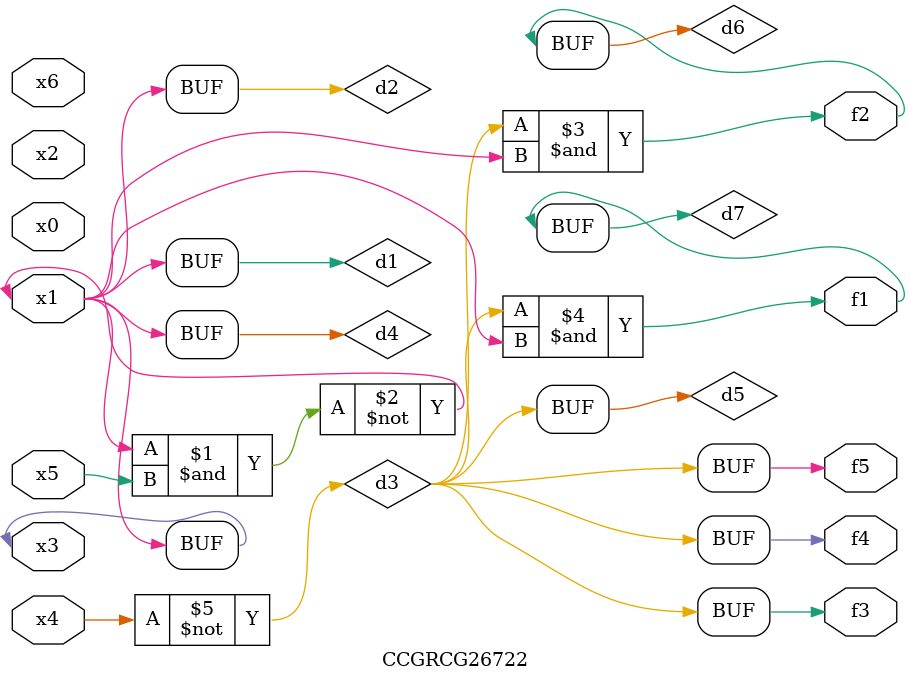
<source format=v>
module CCGRCG26722(
	input x0, x1, x2, x3, x4, x5, x6,
	output f1, f2, f3, f4, f5
);

	wire d1, d2, d3, d4, d5, d6, d7;

	buf (d1, x1, x3);
	nand (d2, x1, x5);
	not (d3, x4);
	buf (d4, d1, d2);
	buf (d5, d3);
	and (d6, d3, d4);
	and (d7, d3, d4);
	assign f1 = d7;
	assign f2 = d6;
	assign f3 = d5;
	assign f4 = d5;
	assign f5 = d5;
endmodule

</source>
